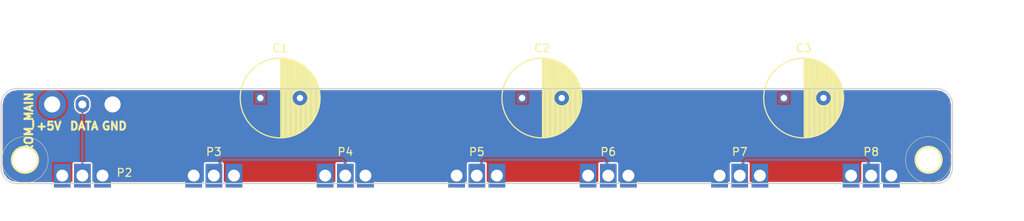
<source format=kicad_pcb>
(kicad_pcb (version 4) (host pcbnew 4.0.5+dfsg1-4)

  (general
    (links 26)
    (no_connects 0)
    (area 43.556572 33.3 179.678 62.7)
    (thickness 1.6)
    (drawings 11)
    (tracks 16)
    (zones 0)
    (modules 13)
    (nets 7)
  )

  (page User 200 119.99)
  (title_block
    (title "Huey LED Power Dist Board")
    (date 2018-04-09)
    (rev 1.0)
    (company "Kilo LLC")
  )

  (layers
    (0 F.Cu signal)
    (31 B.Cu signal)
    (32 B.Adhes user)
    (33 F.Adhes user)
    (34 B.Paste user)
    (35 F.Paste user)
    (36 B.SilkS user)
    (37 F.SilkS user)
    (38 B.Mask user)
    (39 F.Mask user)
    (40 Dwgs.User user)
    (41 Cmts.User user)
    (42 Eco1.User user)
    (43 Eco2.User user)
    (44 Edge.Cuts user)
    (45 Margin user)
    (46 B.CrtYd user)
    (47 F.CrtYd user)
    (48 B.Fab user)
    (49 F.Fab user)
  )

  (setup
    (last_trace_width 0.25)
    (user_trace_width 1.5)
    (user_trace_width 2.1)
    (trace_clearance 0.2)
    (zone_clearance 0.127)
    (zone_45_only no)
    (trace_min 0.2)
    (segment_width 0.2)
    (edge_width 0.15)
    (via_size 0.6)
    (via_drill 0.4)
    (via_min_size 0.4)
    (via_min_drill 0.3)
    (uvia_size 0.3)
    (uvia_drill 0.1)
    (uvias_allowed no)
    (uvia_min_size 0.2)
    (uvia_min_drill 0.1)
    (pcb_text_width 0.3)
    (pcb_text_size 1.5 1.5)
    (mod_edge_width 0.15)
    (mod_text_size 1 1)
    (mod_text_width 0.15)
    (pad_size 1.524 1.524)
    (pad_drill 0.762)
    (pad_to_mask_clearance 0.2)
    (aux_axis_origin 0 0)
    (grid_origin 106.828 50)
    (visible_elements FFFFFF7F)
    (pcbplotparams
      (layerselection 0x010fc_80000001)
      (usegerberextensions false)
      (excludeedgelayer true)
      (linewidth 0.200000)
      (plotframeref false)
      (viasonmask false)
      (mode 1)
      (useauxorigin false)
      (hpglpennumber 1)
      (hpglpenspeed 20)
      (hpglpendiameter 15)
      (hpglpenoverlay 2)
      (psnegative false)
      (psa4output false)
      (plotreference true)
      (plotvalue true)
      (plotinvisibletext false)
      (padsonsilk false)
      (subtractmaskfromsilk false)
      (outputformat 1)
      (mirror false)
      (drillshape 0)
      (scaleselection 1)
      (outputdirectory gerber))
  )

  (net 0 "")
  (net 1 +5V)
  (net 2 GND)
  (net 3 "Net-(P1-Pad2)")
  (net 4 "Net-(P3-Pad2)")
  (net 5 "Net-(P5-Pad2)")
  (net 6 "Net-(P7-Pad2)")

  (net_class Default "This is the default net class."
    (clearance 0.2)
    (trace_width 0.25)
    (via_dia 0.6)
    (via_drill 0.4)
    (uvia_dia 0.3)
    (uvia_drill 0.1)
    (add_net +5V)
    (add_net GND)
    (add_net "Net-(P1-Pad2)")
    (add_net "Net-(P3-Pad2)")
    (add_net "Net-(P5-Pad2)")
    (add_net "Net-(P7-Pad2)")
  )

  (module Huey:LED_BOARD_CONNECTOR (layer F.Cu) (tedit 5ACC1CD2) (tstamp 5ACC179E)
    (at 57.07 46 90)
    (descr "Through hole pin header")
    (tags "pin header")
    (path /5ACC16FA)
    (fp_text reference P1 (at 3.175 -4.445 90) (layer F.SilkS) hide
      (effects (font (size 1 1) (thickness 0.15)))
    )
    (fp_text value FROM_MAIN (at -2.73 -6.757 270) (layer F.SilkS)
      (effects (font (size 1.016 1.016) (thickness 0.254)))
    )
    (fp_text user DATA (at -2.73 0.228 180) (layer F.SilkS)
      (effects (font (size 1.016 1.016) (thickness 0.254)))
    )
    (fp_text user GND (at -2.73 4.038 180) (layer F.SilkS)
      (effects (font (size 1.016 1.016) (thickness 0.254)))
    )
    (fp_text user +5V (at -2.73 -4.217 180) (layer F.SilkS)
      (effects (font (size 1.016 1.016) (thickness 0.254)))
    )
    (pad 1 thru_hole circle (at 0 -3.81 90) (size 3.556 3.556) (drill 2.032) (layers *.Cu *.Mask)
      (net 1 +5V))
    (pad 2 thru_hole oval (at 0 0 90) (size 2.032 1.7272) (drill 1.016) (layers *.Cu *.Mask)
      (net 3 "Net-(P1-Pad2)"))
    (pad 3 thru_hole circle (at 0 3.81 90) (size 3.556 3.556) (drill 2.032) (layers *.Cu *.Mask)
      (net 2 GND))
    (model Pin_Headers.3dshapes/Pin_Header_Straight_1x03.wrl
      (at (xyz 0 -0.1 0))
      (scale (xyz 1 1 1))
      (rotate (xyz 0 0 90))
    )
  )

  (module Capacitors_ThroughHole:C_Radial_D10_L13_P5 (layer F.Cu) (tedit 0) (tstamp 5ACC178B)
    (at 79.523 45.19)
    (descr "Radial Electrolytic Capacitor Diameter 10mm x Length 13mm, Pitch 5mm")
    (tags "Electrolytic Capacitor")
    (path /5ACC1F59)
    (fp_text reference C1 (at 2.5 -6.3) (layer F.SilkS)
      (effects (font (size 1 1) (thickness 0.15)))
    )
    (fp_text value CP (at 2.5 6.3) (layer F.Fab)
      (effects (font (size 1 1) (thickness 0.15)))
    )
    (fp_line (start 2.575 -4.999) (end 2.575 4.999) (layer F.SilkS) (width 0.15))
    (fp_line (start 2.715 -4.995) (end 2.715 4.995) (layer F.SilkS) (width 0.15))
    (fp_line (start 2.855 -4.987) (end 2.855 4.987) (layer F.SilkS) (width 0.15))
    (fp_line (start 2.995 -4.975) (end 2.995 4.975) (layer F.SilkS) (width 0.15))
    (fp_line (start 3.135 -4.96) (end 3.135 4.96) (layer F.SilkS) (width 0.15))
    (fp_line (start 3.275 -4.94) (end 3.275 4.94) (layer F.SilkS) (width 0.15))
    (fp_line (start 3.415 -4.916) (end 3.415 4.916) (layer F.SilkS) (width 0.15))
    (fp_line (start 3.555 -4.887) (end 3.555 4.887) (layer F.SilkS) (width 0.15))
    (fp_line (start 3.695 -4.855) (end 3.695 4.855) (layer F.SilkS) (width 0.15))
    (fp_line (start 3.835 -4.818) (end 3.835 4.818) (layer F.SilkS) (width 0.15))
    (fp_line (start 3.975 -4.777) (end 3.975 4.777) (layer F.SilkS) (width 0.15))
    (fp_line (start 4.115 -4.732) (end 4.115 -0.466) (layer F.SilkS) (width 0.15))
    (fp_line (start 4.115 0.466) (end 4.115 4.732) (layer F.SilkS) (width 0.15))
    (fp_line (start 4.255 -4.682) (end 4.255 -0.667) (layer F.SilkS) (width 0.15))
    (fp_line (start 4.255 0.667) (end 4.255 4.682) (layer F.SilkS) (width 0.15))
    (fp_line (start 4.395 -4.627) (end 4.395 -0.796) (layer F.SilkS) (width 0.15))
    (fp_line (start 4.395 0.796) (end 4.395 4.627) (layer F.SilkS) (width 0.15))
    (fp_line (start 4.535 -4.567) (end 4.535 -0.885) (layer F.SilkS) (width 0.15))
    (fp_line (start 4.535 0.885) (end 4.535 4.567) (layer F.SilkS) (width 0.15))
    (fp_line (start 4.675 -4.502) (end 4.675 -0.946) (layer F.SilkS) (width 0.15))
    (fp_line (start 4.675 0.946) (end 4.675 4.502) (layer F.SilkS) (width 0.15))
    (fp_line (start 4.815 -4.432) (end 4.815 -0.983) (layer F.SilkS) (width 0.15))
    (fp_line (start 4.815 0.983) (end 4.815 4.432) (layer F.SilkS) (width 0.15))
    (fp_line (start 4.955 -4.356) (end 4.955 -0.999) (layer F.SilkS) (width 0.15))
    (fp_line (start 4.955 0.999) (end 4.955 4.356) (layer F.SilkS) (width 0.15))
    (fp_line (start 5.095 -4.274) (end 5.095 -0.995) (layer F.SilkS) (width 0.15))
    (fp_line (start 5.095 0.995) (end 5.095 4.274) (layer F.SilkS) (width 0.15))
    (fp_line (start 5.235 -4.186) (end 5.235 -0.972) (layer F.SilkS) (width 0.15))
    (fp_line (start 5.235 0.972) (end 5.235 4.186) (layer F.SilkS) (width 0.15))
    (fp_line (start 5.375 -4.091) (end 5.375 -0.927) (layer F.SilkS) (width 0.15))
    (fp_line (start 5.375 0.927) (end 5.375 4.091) (layer F.SilkS) (width 0.15))
    (fp_line (start 5.515 -3.989) (end 5.515 -0.857) (layer F.SilkS) (width 0.15))
    (fp_line (start 5.515 0.857) (end 5.515 3.989) (layer F.SilkS) (width 0.15))
    (fp_line (start 5.655 -3.879) (end 5.655 -0.756) (layer F.SilkS) (width 0.15))
    (fp_line (start 5.655 0.756) (end 5.655 3.879) (layer F.SilkS) (width 0.15))
    (fp_line (start 5.795 -3.761) (end 5.795 -0.607) (layer F.SilkS) (width 0.15))
    (fp_line (start 5.795 0.607) (end 5.795 3.761) (layer F.SilkS) (width 0.15))
    (fp_line (start 5.935 -3.633) (end 5.935 -0.355) (layer F.SilkS) (width 0.15))
    (fp_line (start 5.935 0.355) (end 5.935 3.633) (layer F.SilkS) (width 0.15))
    (fp_line (start 6.075 -3.496) (end 6.075 3.496) (layer F.SilkS) (width 0.15))
    (fp_line (start 6.215 -3.346) (end 6.215 3.346) (layer F.SilkS) (width 0.15))
    (fp_line (start 6.355 -3.184) (end 6.355 3.184) (layer F.SilkS) (width 0.15))
    (fp_line (start 6.495 -3.007) (end 6.495 3.007) (layer F.SilkS) (width 0.15))
    (fp_line (start 6.635 -2.811) (end 6.635 2.811) (layer F.SilkS) (width 0.15))
    (fp_line (start 6.775 -2.593) (end 6.775 2.593) (layer F.SilkS) (width 0.15))
    (fp_line (start 6.915 -2.347) (end 6.915 2.347) (layer F.SilkS) (width 0.15))
    (fp_line (start 7.055 -2.062) (end 7.055 2.062) (layer F.SilkS) (width 0.15))
    (fp_line (start 7.195 -1.72) (end 7.195 1.72) (layer F.SilkS) (width 0.15))
    (fp_line (start 7.335 -1.274) (end 7.335 1.274) (layer F.SilkS) (width 0.15))
    (fp_line (start 7.475 -0.499) (end 7.475 0.499) (layer F.SilkS) (width 0.15))
    (fp_circle (center 5 0) (end 5 -1) (layer F.SilkS) (width 0.15))
    (fp_circle (center 2.5 0) (end 2.5 -5.0375) (layer F.SilkS) (width 0.15))
    (fp_circle (center 2.5 0) (end 2.5 -5.3) (layer F.CrtYd) (width 0.05))
    (pad 1 thru_hole rect (at 0 0) (size 1.3 1.3) (drill 0.8) (layers *.Cu *.Mask)
      (net 1 +5V))
    (pad 2 thru_hole circle (at 5 0) (size 1.3 1.3) (drill 0.8) (layers *.Cu *.Mask)
      (net 2 GND))
    (model Capacitors_ThroughHole.3dshapes/C_Radial_D10_L13_P5.wrl
      (at (xyz 0.0984252 0 0))
      (scale (xyz 1 1 1))
      (rotate (xyz 0 0 90))
    )
  )

  (module Capacitors_ThroughHole:C_Radial_D10_L13_P5 (layer F.Cu) (tedit 0) (tstamp 5ACC1791)
    (at 112.543 45.19)
    (descr "Radial Electrolytic Capacitor Diameter 10mm x Length 13mm, Pitch 5mm")
    (tags "Electrolytic Capacitor")
    (path /5ACC21AE)
    (fp_text reference C2 (at 2.5 -6.3) (layer F.SilkS)
      (effects (font (size 1 1) (thickness 0.15)))
    )
    (fp_text value CP (at 2.5 6.3) (layer F.Fab)
      (effects (font (size 1 1) (thickness 0.15)))
    )
    (fp_line (start 2.575 -4.999) (end 2.575 4.999) (layer F.SilkS) (width 0.15))
    (fp_line (start 2.715 -4.995) (end 2.715 4.995) (layer F.SilkS) (width 0.15))
    (fp_line (start 2.855 -4.987) (end 2.855 4.987) (layer F.SilkS) (width 0.15))
    (fp_line (start 2.995 -4.975) (end 2.995 4.975) (layer F.SilkS) (width 0.15))
    (fp_line (start 3.135 -4.96) (end 3.135 4.96) (layer F.SilkS) (width 0.15))
    (fp_line (start 3.275 -4.94) (end 3.275 4.94) (layer F.SilkS) (width 0.15))
    (fp_line (start 3.415 -4.916) (end 3.415 4.916) (layer F.SilkS) (width 0.15))
    (fp_line (start 3.555 -4.887) (end 3.555 4.887) (layer F.SilkS) (width 0.15))
    (fp_line (start 3.695 -4.855) (end 3.695 4.855) (layer F.SilkS) (width 0.15))
    (fp_line (start 3.835 -4.818) (end 3.835 4.818) (layer F.SilkS) (width 0.15))
    (fp_line (start 3.975 -4.777) (end 3.975 4.777) (layer F.SilkS) (width 0.15))
    (fp_line (start 4.115 -4.732) (end 4.115 -0.466) (layer F.SilkS) (width 0.15))
    (fp_line (start 4.115 0.466) (end 4.115 4.732) (layer F.SilkS) (width 0.15))
    (fp_line (start 4.255 -4.682) (end 4.255 -0.667) (layer F.SilkS) (width 0.15))
    (fp_line (start 4.255 0.667) (end 4.255 4.682) (layer F.SilkS) (width 0.15))
    (fp_line (start 4.395 -4.627) (end 4.395 -0.796) (layer F.SilkS) (width 0.15))
    (fp_line (start 4.395 0.796) (end 4.395 4.627) (layer F.SilkS) (width 0.15))
    (fp_line (start 4.535 -4.567) (end 4.535 -0.885) (layer F.SilkS) (width 0.15))
    (fp_line (start 4.535 0.885) (end 4.535 4.567) (layer F.SilkS) (width 0.15))
    (fp_line (start 4.675 -4.502) (end 4.675 -0.946) (layer F.SilkS) (width 0.15))
    (fp_line (start 4.675 0.946) (end 4.675 4.502) (layer F.SilkS) (width 0.15))
    (fp_line (start 4.815 -4.432) (end 4.815 -0.983) (layer F.SilkS) (width 0.15))
    (fp_line (start 4.815 0.983) (end 4.815 4.432) (layer F.SilkS) (width 0.15))
    (fp_line (start 4.955 -4.356) (end 4.955 -0.999) (layer F.SilkS) (width 0.15))
    (fp_line (start 4.955 0.999) (end 4.955 4.356) (layer F.SilkS) (width 0.15))
    (fp_line (start 5.095 -4.274) (end 5.095 -0.995) (layer F.SilkS) (width 0.15))
    (fp_line (start 5.095 0.995) (end 5.095 4.274) (layer F.SilkS) (width 0.15))
    (fp_line (start 5.235 -4.186) (end 5.235 -0.972) (layer F.SilkS) (width 0.15))
    (fp_line (start 5.235 0.972) (end 5.235 4.186) (layer F.SilkS) (width 0.15))
    (fp_line (start 5.375 -4.091) (end 5.375 -0.927) (layer F.SilkS) (width 0.15))
    (fp_line (start 5.375 0.927) (end 5.375 4.091) (layer F.SilkS) (width 0.15))
    (fp_line (start 5.515 -3.989) (end 5.515 -0.857) (layer F.SilkS) (width 0.15))
    (fp_line (start 5.515 0.857) (end 5.515 3.989) (layer F.SilkS) (width 0.15))
    (fp_line (start 5.655 -3.879) (end 5.655 -0.756) (layer F.SilkS) (width 0.15))
    (fp_line (start 5.655 0.756) (end 5.655 3.879) (layer F.SilkS) (width 0.15))
    (fp_line (start 5.795 -3.761) (end 5.795 -0.607) (layer F.SilkS) (width 0.15))
    (fp_line (start 5.795 0.607) (end 5.795 3.761) (layer F.SilkS) (width 0.15))
    (fp_line (start 5.935 -3.633) (end 5.935 -0.355) (layer F.SilkS) (width 0.15))
    (fp_line (start 5.935 0.355) (end 5.935 3.633) (layer F.SilkS) (width 0.15))
    (fp_line (start 6.075 -3.496) (end 6.075 3.496) (layer F.SilkS) (width 0.15))
    (fp_line (start 6.215 -3.346) (end 6.215 3.346) (layer F.SilkS) (width 0.15))
    (fp_line (start 6.355 -3.184) (end 6.355 3.184) (layer F.SilkS) (width 0.15))
    (fp_line (start 6.495 -3.007) (end 6.495 3.007) (layer F.SilkS) (width 0.15))
    (fp_line (start 6.635 -2.811) (end 6.635 2.811) (layer F.SilkS) (width 0.15))
    (fp_line (start 6.775 -2.593) (end 6.775 2.593) (layer F.SilkS) (width 0.15))
    (fp_line (start 6.915 -2.347) (end 6.915 2.347) (layer F.SilkS) (width 0.15))
    (fp_line (start 7.055 -2.062) (end 7.055 2.062) (layer F.SilkS) (width 0.15))
    (fp_line (start 7.195 -1.72) (end 7.195 1.72) (layer F.SilkS) (width 0.15))
    (fp_line (start 7.335 -1.274) (end 7.335 1.274) (layer F.SilkS) (width 0.15))
    (fp_line (start 7.475 -0.499) (end 7.475 0.499) (layer F.SilkS) (width 0.15))
    (fp_circle (center 5 0) (end 5 -1) (layer F.SilkS) (width 0.15))
    (fp_circle (center 2.5 0) (end 2.5 -5.0375) (layer F.SilkS) (width 0.15))
    (fp_circle (center 2.5 0) (end 2.5 -5.3) (layer F.CrtYd) (width 0.05))
    (pad 1 thru_hole rect (at 0 0) (size 1.3 1.3) (drill 0.8) (layers *.Cu *.Mask)
      (net 1 +5V))
    (pad 2 thru_hole circle (at 5 0) (size 1.3 1.3) (drill 0.8) (layers *.Cu *.Mask)
      (net 2 GND))
    (model Capacitors_ThroughHole.3dshapes/C_Radial_D10_L13_P5.wrl
      (at (xyz 0.0984252 0 0))
      (scale (xyz 1 1 1))
      (rotate (xyz 0 0 90))
    )
  )

  (module Capacitors_ThroughHole:C_Radial_D10_L13_P5 (layer F.Cu) (tedit 0) (tstamp 5ACC1797)
    (at 145.563 45.19)
    (descr "Radial Electrolytic Capacitor Diameter 10mm x Length 13mm, Pitch 5mm")
    (tags "Electrolytic Capacitor")
    (path /5ACC24E5)
    (fp_text reference C3 (at 2.5 -6.3) (layer F.SilkS)
      (effects (font (size 1 1) (thickness 0.15)))
    )
    (fp_text value CP (at 2.5 6.3) (layer F.Fab)
      (effects (font (size 1 1) (thickness 0.15)))
    )
    (fp_line (start 2.575 -4.999) (end 2.575 4.999) (layer F.SilkS) (width 0.15))
    (fp_line (start 2.715 -4.995) (end 2.715 4.995) (layer F.SilkS) (width 0.15))
    (fp_line (start 2.855 -4.987) (end 2.855 4.987) (layer F.SilkS) (width 0.15))
    (fp_line (start 2.995 -4.975) (end 2.995 4.975) (layer F.SilkS) (width 0.15))
    (fp_line (start 3.135 -4.96) (end 3.135 4.96) (layer F.SilkS) (width 0.15))
    (fp_line (start 3.275 -4.94) (end 3.275 4.94) (layer F.SilkS) (width 0.15))
    (fp_line (start 3.415 -4.916) (end 3.415 4.916) (layer F.SilkS) (width 0.15))
    (fp_line (start 3.555 -4.887) (end 3.555 4.887) (layer F.SilkS) (width 0.15))
    (fp_line (start 3.695 -4.855) (end 3.695 4.855) (layer F.SilkS) (width 0.15))
    (fp_line (start 3.835 -4.818) (end 3.835 4.818) (layer F.SilkS) (width 0.15))
    (fp_line (start 3.975 -4.777) (end 3.975 4.777) (layer F.SilkS) (width 0.15))
    (fp_line (start 4.115 -4.732) (end 4.115 -0.466) (layer F.SilkS) (width 0.15))
    (fp_line (start 4.115 0.466) (end 4.115 4.732) (layer F.SilkS) (width 0.15))
    (fp_line (start 4.255 -4.682) (end 4.255 -0.667) (layer F.SilkS) (width 0.15))
    (fp_line (start 4.255 0.667) (end 4.255 4.682) (layer F.SilkS) (width 0.15))
    (fp_line (start 4.395 -4.627) (end 4.395 -0.796) (layer F.SilkS) (width 0.15))
    (fp_line (start 4.395 0.796) (end 4.395 4.627) (layer F.SilkS) (width 0.15))
    (fp_line (start 4.535 -4.567) (end 4.535 -0.885) (layer F.SilkS) (width 0.15))
    (fp_line (start 4.535 0.885) (end 4.535 4.567) (layer F.SilkS) (width 0.15))
    (fp_line (start 4.675 -4.502) (end 4.675 -0.946) (layer F.SilkS) (width 0.15))
    (fp_line (start 4.675 0.946) (end 4.675 4.502) (layer F.SilkS) (width 0.15))
    (fp_line (start 4.815 -4.432) (end 4.815 -0.983) (layer F.SilkS) (width 0.15))
    (fp_line (start 4.815 0.983) (end 4.815 4.432) (layer F.SilkS) (width 0.15))
    (fp_line (start 4.955 -4.356) (end 4.955 -0.999) (layer F.SilkS) (width 0.15))
    (fp_line (start 4.955 0.999) (end 4.955 4.356) (layer F.SilkS) (width 0.15))
    (fp_line (start 5.095 -4.274) (end 5.095 -0.995) (layer F.SilkS) (width 0.15))
    (fp_line (start 5.095 0.995) (end 5.095 4.274) (layer F.SilkS) (width 0.15))
    (fp_line (start 5.235 -4.186) (end 5.235 -0.972) (layer F.SilkS) (width 0.15))
    (fp_line (start 5.235 0.972) (end 5.235 4.186) (layer F.SilkS) (width 0.15))
    (fp_line (start 5.375 -4.091) (end 5.375 -0.927) (layer F.SilkS) (width 0.15))
    (fp_line (start 5.375 0.927) (end 5.375 4.091) (layer F.SilkS) (width 0.15))
    (fp_line (start 5.515 -3.989) (end 5.515 -0.857) (layer F.SilkS) (width 0.15))
    (fp_line (start 5.515 0.857) (end 5.515 3.989) (layer F.SilkS) (width 0.15))
    (fp_line (start 5.655 -3.879) (end 5.655 -0.756) (layer F.SilkS) (width 0.15))
    (fp_line (start 5.655 0.756) (end 5.655 3.879) (layer F.SilkS) (width 0.15))
    (fp_line (start 5.795 -3.761) (end 5.795 -0.607) (layer F.SilkS) (width 0.15))
    (fp_line (start 5.795 0.607) (end 5.795 3.761) (layer F.SilkS) (width 0.15))
    (fp_line (start 5.935 -3.633) (end 5.935 -0.355) (layer F.SilkS) (width 0.15))
    (fp_line (start 5.935 0.355) (end 5.935 3.633) (layer F.SilkS) (width 0.15))
    (fp_line (start 6.075 -3.496) (end 6.075 3.496) (layer F.SilkS) (width 0.15))
    (fp_line (start 6.215 -3.346) (end 6.215 3.346) (layer F.SilkS) (width 0.15))
    (fp_line (start 6.355 -3.184) (end 6.355 3.184) (layer F.SilkS) (width 0.15))
    (fp_line (start 6.495 -3.007) (end 6.495 3.007) (layer F.SilkS) (width 0.15))
    (fp_line (start 6.635 -2.811) (end 6.635 2.811) (layer F.SilkS) (width 0.15))
    (fp_line (start 6.775 -2.593) (end 6.775 2.593) (layer F.SilkS) (width 0.15))
    (fp_line (start 6.915 -2.347) (end 6.915 2.347) (layer F.SilkS) (width 0.15))
    (fp_line (start 7.055 -2.062) (end 7.055 2.062) (layer F.SilkS) (width 0.15))
    (fp_line (start 7.195 -1.72) (end 7.195 1.72) (layer F.SilkS) (width 0.15))
    (fp_line (start 7.335 -1.274) (end 7.335 1.274) (layer F.SilkS) (width 0.15))
    (fp_line (start 7.475 -0.499) (end 7.475 0.499) (layer F.SilkS) (width 0.15))
    (fp_circle (center 5 0) (end 5 -1) (layer F.SilkS) (width 0.15))
    (fp_circle (center 2.5 0) (end 2.5 -5.0375) (layer F.SilkS) (width 0.15))
    (fp_circle (center 2.5 0) (end 2.5 -5.3) (layer F.CrtYd) (width 0.05))
    (pad 1 thru_hole rect (at 0 0) (size 1.3 1.3) (drill 0.8) (layers *.Cu *.Mask)
      (net 1 +5V))
    (pad 2 thru_hole circle (at 5 0) (size 1.3 1.3) (drill 0.8) (layers *.Cu *.Mask)
      (net 2 GND))
    (model Capacitors_ThroughHole.3dshapes/C_Radial_D10_L13_P5.wrl
      (at (xyz 0.0984252 0 0))
      (scale (xyz 1 1 1))
      (rotate (xyz 0 0 90))
    )
  )

  (module Huey:LED_STRIP_CONN (layer F.Cu) (tedit 5ACC184B) (tstamp 5ACC17CF)
    (at 156.586 55 90)
    (descr "Through hole pin header")
    (tags "pin header")
    (path /5ACC1D37)
    (fp_text reference P8 (at 3 0 180) (layer F.SilkS)
      (effects (font (size 1 1) (thickness 0.15)))
    )
    (fp_text value LED_STRIP_CONN (at 0 -5.64 90) (layer F.Fab) hide
      (effects (font (size 1 1) (thickness 0.15)))
    )
    (pad 1 thru_hole rect (at 0 -2.54 90) (size 3 2.1) (drill 1.5) (layers *.Cu *.Mask)
      (net 1 +5V))
    (pad 2 thru_hole rect (at 0 0 90) (size 3 2.1) (drill 1.5) (layers *.Cu *.Mask)
      (net 6 "Net-(P7-Pad2)"))
    (pad 3 thru_hole rect (at 0 2.54 90) (size 3 2.1) (drill 1.5) (layers *.Cu *.Mask)
      (net 2 GND))
    (model Pin_Headers.3dshapes/Pin_Header_Straight_1x03.wrl
      (at (xyz 0 -0.1 0))
      (scale (xyz 1 1 1))
      (rotate (xyz 0 0 90))
    )
  )

  (module Huey:LED_STRIP_CONN (layer F.Cu) (tedit 5ACC1847) (tstamp 5ACC17C8)
    (at 140 55 270)
    (descr "Through hole pin header")
    (tags "pin header")
    (path /5ACC1D22)
    (fp_text reference P7 (at -3 0 360) (layer F.SilkS)
      (effects (font (size 1 1) (thickness 0.15)))
    )
    (fp_text value LED_STRIP_CONN (at 0 -5.64 270) (layer F.Fab) hide
      (effects (font (size 1 1) (thickness 0.15)))
    )
    (pad 1 thru_hole rect (at 0 -2.54 270) (size 3 2.1) (drill 1.5) (layers *.Cu *.Mask)
      (net 1 +5V))
    (pad 2 thru_hole rect (at 0 0 270) (size 3 2.1) (drill 1.5) (layers *.Cu *.Mask)
      (net 6 "Net-(P7-Pad2)"))
    (pad 3 thru_hole rect (at 0 2.54 270) (size 3 2.1) (drill 1.5) (layers *.Cu *.Mask)
      (net 2 GND))
    (model Pin_Headers.3dshapes/Pin_Header_Straight_1x03.wrl
      (at (xyz 0 -0.1 0))
      (scale (xyz 1 1 1))
      (rotate (xyz 0 0 90))
    )
  )

  (module Huey:LED_STRIP_CONN (layer F.Cu) (tedit 5ACC1842) (tstamp 5ACC17C1)
    (at 123.414 55 90)
    (descr "Through hole pin header")
    (tags "pin header")
    (path /5ACC1C21)
    (fp_text reference P6 (at 3 0 180) (layer F.SilkS)
      (effects (font (size 1 1) (thickness 0.15)))
    )
    (fp_text value LED_STRIP_CONN (at 0 -5.64 90) (layer F.Fab) hide
      (effects (font (size 1 1) (thickness 0.15)))
    )
    (pad 1 thru_hole rect (at 0 -2.54 90) (size 3 2.1) (drill 1.5) (layers *.Cu *.Mask)
      (net 1 +5V))
    (pad 2 thru_hole rect (at 0 0 90) (size 3 2.1) (drill 1.5) (layers *.Cu *.Mask)
      (net 5 "Net-(P5-Pad2)"))
    (pad 3 thru_hole rect (at 0 2.54 90) (size 3 2.1) (drill 1.5) (layers *.Cu *.Mask)
      (net 2 GND))
    (model Pin_Headers.3dshapes/Pin_Header_Straight_1x03.wrl
      (at (xyz 0 -0.1 0))
      (scale (xyz 1 1 1))
      (rotate (xyz 0 0 90))
    )
  )

  (module Huey:LED_STRIP_CONN (layer F.Cu) (tedit 5ACC183F) (tstamp 5ACC17BA)
    (at 106.828 55 270)
    (descr "Through hole pin header")
    (tags "pin header")
    (path /5ACC1C0C)
    (fp_text reference P5 (at -3 0 360) (layer F.SilkS)
      (effects (font (size 1 1) (thickness 0.15)))
    )
    (fp_text value LED_STRIP_CONN (at 0 -5.64 270) (layer F.Fab) hide
      (effects (font (size 1 1) (thickness 0.15)))
    )
    (pad 1 thru_hole rect (at 0 -2.54 270) (size 3 2.1) (drill 1.5) (layers *.Cu *.Mask)
      (net 1 +5V))
    (pad 2 thru_hole rect (at 0 0 270) (size 3 2.1) (drill 1.5) (layers *.Cu *.Mask)
      (net 5 "Net-(P5-Pad2)"))
    (pad 3 thru_hole rect (at 0 2.54 270) (size 3 2.1) (drill 1.5) (layers *.Cu *.Mask)
      (net 2 GND))
    (model Pin_Headers.3dshapes/Pin_Header_Straight_1x03.wrl
      (at (xyz 0 -0.1 0))
      (scale (xyz 1 1 1))
      (rotate (xyz 0 0 90))
    )
  )

  (module Huey:LED_STRIP_CONN (layer F.Cu) (tedit 5ACC183A) (tstamp 5ACC17B3)
    (at 90.242 55 90)
    (descr "Through hole pin header")
    (tags "pin header")
    (path /5ACC1B67)
    (fp_text reference P4 (at 3 0 180) (layer F.SilkS)
      (effects (font (size 1 1) (thickness 0.15)))
    )
    (fp_text value LED_STRIP_CONN (at 0 -5.64 90) (layer F.Fab) hide
      (effects (font (size 1 1) (thickness 0.15)))
    )
    (pad 1 thru_hole rect (at 0 -2.54 90) (size 3 2.1) (drill 1.5) (layers *.Cu *.Mask)
      (net 1 +5V))
    (pad 2 thru_hole rect (at 0 0 90) (size 3 2.1) (drill 1.5) (layers *.Cu *.Mask)
      (net 4 "Net-(P3-Pad2)"))
    (pad 3 thru_hole rect (at 0 2.54 90) (size 3 2.1) (drill 1.5) (layers *.Cu *.Mask)
      (net 2 GND))
    (model Pin_Headers.3dshapes/Pin_Header_Straight_1x03.wrl
      (at (xyz 0 -0.1 0))
      (scale (xyz 1 1 1))
      (rotate (xyz 0 0 90))
    )
  )

  (module Huey:LED_STRIP_CONN (layer F.Cu) (tedit 5ACC1837) (tstamp 5ACC17AC)
    (at 73.656 55 270)
    (descr "Through hole pin header")
    (tags "pin header")
    (path /5ACC1B18)
    (fp_text reference P3 (at -3 0 360) (layer F.SilkS)
      (effects (font (size 1 1) (thickness 0.15)))
    )
    (fp_text value LED_STRIP_CONN (at 0 -5.64 270) (layer F.Fab) hide
      (effects (font (size 1 1) (thickness 0.15)))
    )
    (pad 1 thru_hole rect (at 0 -2.54 270) (size 3 2.1) (drill 1.5) (layers *.Cu *.Mask)
      (net 1 +5V))
    (pad 2 thru_hole rect (at 0 0 270) (size 3 2.1) (drill 1.5) (layers *.Cu *.Mask)
      (net 4 "Net-(P3-Pad2)"))
    (pad 3 thru_hole rect (at 0 2.54 270) (size 3 2.1) (drill 1.5) (layers *.Cu *.Mask)
      (net 2 GND))
    (model Pin_Headers.3dshapes/Pin_Header_Straight_1x03.wrl
      (at (xyz 0 -0.1 0))
      (scale (xyz 1 1 1))
      (rotate (xyz 0 0 90))
    )
  )

  (module Huey:LED_STRIP_CONN (layer F.Cu) (tedit 5ACC1894) (tstamp 5ACC17A5)
    (at 57.07 55 90)
    (descr "Through hole pin header")
    (tags "pin header")
    (path /5ACC1966)
    (fp_text reference P2 (at 0.365 5.308 180) (layer F.SilkS)
      (effects (font (size 1 1) (thickness 0.15)))
    )
    (fp_text value LED_STRIP_CONN (at 0 -5.64 90) (layer F.Fab) hide
      (effects (font (size 1 1) (thickness 0.15)))
    )
    (pad 1 thru_hole rect (at 0 -2.54 90) (size 3 2.1) (drill 1.5) (layers *.Cu *.Mask)
      (net 1 +5V))
    (pad 2 thru_hole rect (at 0 0 90) (size 3 2.1) (drill 1.5) (layers *.Cu *.Mask)
      (net 3 "Net-(P1-Pad2)"))
    (pad 3 thru_hole rect (at 0 2.54 90) (size 3 2.1) (drill 1.5) (layers *.Cu *.Mask)
      (net 2 GND))
    (model Pin_Headers.3dshapes/Pin_Header_Straight_1x03.wrl
      (at (xyz 0 -0.1 0))
      (scale (xyz 1 1 1))
      (rotate (xyz 0 0 90))
    )
  )

  (module Huey:MOUNTING_HOLE_#4 (layer F.Cu) (tedit 54D7E870) (tstamp 5ACC1DAC)
    (at 49.828 53)
    (descr "Mounting hole for #4 screw")
    (path /5ACC31B3)
    (fp_text reference MP1 (at 0 -3.175) (layer F.SilkS) hide
      (effects (font (size 1 1) (thickness 0.15)))
    )
    (fp_text value MOUNTING_HOLE (at 0 3.175) (layer F.SilkS) hide
      (effects (font (size 1 1) (thickness 0.15)))
    )
    (fp_circle (center 0 0) (end 2.921 0) (layer F.SilkS) (width 0.0508))
    (pad 1 thru_hole circle (at 0 0) (size 3.556 3.556) (drill 3.048) (layers *.Cu *.Mask F.SilkS)
      (net 2 GND) (zone_connect 2))
  )

  (module Huey:MOUNTING_HOLE_#4 (layer F.Cu) (tedit 54D7E870) (tstamp 5ACC1DB1)
    (at 163.828 53)
    (descr "Mounting hole for #4 screw")
    (path /5ACC3380)
    (fp_text reference MP2 (at 0 -3.175) (layer F.SilkS) hide
      (effects (font (size 1 1) (thickness 0.15)))
    )
    (fp_text value MOUNTING_HOLE (at 0 3.175) (layer F.SilkS) hide
      (effects (font (size 1 1) (thickness 0.15)))
    )
    (fp_circle (center 0 0) (end 2.921 0) (layer F.SilkS) (width 0.0508))
    (pad 1 thru_hole circle (at 0 0) (size 3.556 3.556) (drill 3.048) (layers *.Cu *.Mask F.SilkS)
      (net 2 GND) (zone_connect 2))
  )

  (dimension 114 (width 0.3) (layer Cmts.User)
    (gr_text "114.000 mm" (at 106.828 61.349999) (layer Cmts.User)
      (effects (font (size 1.5 1.5) (thickness 0.3)))
    )
    (feature1 (pts (xy 163.828 53) (xy 163.828 62.699999)))
    (feature2 (pts (xy 49.828 53) (xy 49.828 62.699999)))
    (crossbar (pts (xy 49.828 59.999999) (xy 163.828 59.999999)))
    (arrow1a (pts (xy 163.828 59.999999) (xy 162.701496 60.58642)))
    (arrow1b (pts (xy 163.828 59.999999) (xy 162.701496 59.413578)))
    (arrow2a (pts (xy 49.828 59.999999) (xy 50.954504 60.58642)))
    (arrow2b (pts (xy 49.828 59.999999) (xy 50.954504 59.413578)))
  )
  (dimension 12 (width 0.3) (layer Cmts.User)
    (gr_text "12.000 mm" (at 173.178 50 270) (layer Cmts.User)
      (effects (font (size 1.5 1.5) (thickness 0.3)))
    )
    (feature1 (pts (xy 166.828 56) (xy 174.528 56)))
    (feature2 (pts (xy 166.828 44) (xy 174.528 44)))
    (crossbar (pts (xy 171.828 44) (xy 171.828 56)))
    (arrow1a (pts (xy 171.828 56) (xy 171.241579 54.873496)))
    (arrow1b (pts (xy 171.828 56) (xy 172.414421 54.873496)))
    (arrow2a (pts (xy 171.828 44) (xy 171.241579 45.126504)))
    (arrow2b (pts (xy 171.828 44) (xy 172.414421 45.126504)))
  )
  (dimension 120 (width 0.3) (layer Cmts.User)
    (gr_text "120.000 mm" (at 106.828 34.65) (layer Cmts.User)
      (effects (font (size 1.5 1.5) (thickness 0.3)))
    )
    (feature1 (pts (xy 166.828 44) (xy 166.828 33.3)))
    (feature2 (pts (xy 46.828 44) (xy 46.828 33.3)))
    (crossbar (pts (xy 46.828 36) (xy 166.828 36)))
    (arrow1a (pts (xy 166.828 36) (xy 165.701496 36.586421)))
    (arrow1b (pts (xy 166.828 36) (xy 165.701496 35.413579)))
    (arrow2a (pts (xy 46.828 36) (xy 47.954504 36.586421)))
    (arrow2b (pts (xy 46.828 36) (xy 47.954504 35.413579)))
  )
  (gr_arc (start 164.828 54) (end 166.828 54) (angle 90) (layer Edge.Cuts) (width 0.15))
  (gr_arc (start 164.828 46) (end 164.828 44) (angle 90) (layer Edge.Cuts) (width 0.15))
  (gr_arc (start 48.828 54) (end 48.828 56) (angle 90) (layer Edge.Cuts) (width 0.15))
  (gr_arc (start 48.828 46) (end 46.828 46) (angle 90) (layer Edge.Cuts) (width 0.15))
  (gr_line (start 164.828 56) (end 48.828 56) (layer Edge.Cuts) (width 0.15))
  (gr_line (start 166.828 46) (end 166.828 54) (angle 90) (layer Edge.Cuts) (width 0.15))
  (gr_line (start 48.828 44) (end 164.828 44) (angle 90) (layer Edge.Cuts) (width 0.15))
  (gr_line (start 46.828 54) (end 46.828 46) (angle 90) (layer Edge.Cuts) (width 0.15))

  (segment (start 57.07 46) (end 57.07 55) (width 0.25) (layer B.Cu) (net 3))
  (segment (start 73.656 55) (end 73.656 54.172) (width 0.25) (layer B.Cu) (net 4))
  (segment (start 73.656 54.172) (end 74.828 53) (width 0.25) (layer B.Cu) (net 4) (tstamp 5ACC1C8E))
  (segment (start 74.828 53) (end 89.828 53) (width 0.25) (layer B.Cu) (net 4) (tstamp 5ACC1C8F))
  (segment (start 89.828 53) (end 90.242 53.414) (width 0.25) (layer B.Cu) (net 4) (tstamp 5ACC1C91))
  (segment (start 90.242 53.414) (end 90.242 55) (width 0.25) (layer B.Cu) (net 4) (tstamp 5ACC1C92))
  (segment (start 106.828 55) (end 106.828 54) (width 0.25) (layer B.Cu) (net 5))
  (segment (start 106.828 54) (end 107.828 53) (width 0.25) (layer B.Cu) (net 5) (tstamp 5ACC1C86))
  (segment (start 107.828 53) (end 122.828 53) (width 0.25) (layer B.Cu) (net 5) (tstamp 5ACC1C88))
  (segment (start 122.828 53) (end 123.414 53.586) (width 0.25) (layer B.Cu) (net 5) (tstamp 5ACC1C8A))
  (segment (start 123.414 53.586) (end 123.414 55) (width 0.25) (layer B.Cu) (net 5) (tstamp 5ACC1C8B))
  (segment (start 140 55) (end 140 53.828) (width 0.25) (layer B.Cu) (net 6))
  (segment (start 140 53.828) (end 140.828 53) (width 0.25) (layer B.Cu) (net 6) (tstamp 5ACC1C7D))
  (segment (start 140.828 53) (end 155.828 53) (width 0.25) (layer B.Cu) (net 6) (tstamp 5ACC1C7F))
  (segment (start 155.828 53) (end 156.586 53.758) (width 0.25) (layer B.Cu) (net 6) (tstamp 5ACC1C81))
  (segment (start 156.586 53.758) (end 156.586 55) (width 0.25) (layer B.Cu) (net 6) (tstamp 5ACC1C82))

  (zone (net 1) (net_name +5V) (layer F.Cu) (tstamp 5ACC18DB) (hatch edge 0.508)
    (connect_pads yes (clearance 0.127))
    (min_thickness 0.127)
    (fill yes (arc_segments 16) (thermal_gap 0.508) (thermal_bridge_width 0.508))
    (polygon
      (pts
        (xy 166.828 56) (xy 46.828 56) (xy 46.828 44) (xy 166.828 44)
      )
    )
    (filled_polygon
      (pts
        (xy 59.725094 44.268292) (xy 59.15031 44.842073) (xy 58.838855 45.592139) (xy 58.838147 46.404298) (xy 59.148292 47.154906)
        (xy 59.722073 47.72969) (xy 60.472139 48.041145) (xy 61.284298 48.041853) (xy 62.034906 47.731708) (xy 62.60969 47.157927)
        (xy 62.921145 46.407861) (xy 62.921853 45.595702) (xy 62.828971 45.370909) (xy 83.609341 45.370909) (xy 83.74812 45.70678)
        (xy 84.004868 45.963976) (xy 84.340496 46.103342) (xy 84.703909 46.103659) (xy 85.03978 45.96488) (xy 85.296976 45.708132)
        (xy 85.436342 45.372504) (xy 85.436343 45.370909) (xy 116.629341 45.370909) (xy 116.76812 45.70678) (xy 117.024868 45.963976)
        (xy 117.360496 46.103342) (xy 117.723909 46.103659) (xy 118.05978 45.96488) (xy 118.316976 45.708132) (xy 118.456342 45.372504)
        (xy 118.456343 45.370909) (xy 149.649341 45.370909) (xy 149.78812 45.70678) (xy 150.044868 45.963976) (xy 150.380496 46.103342)
        (xy 150.743909 46.103659) (xy 151.07978 45.96488) (xy 151.336976 45.708132) (xy 151.476342 45.372504) (xy 151.476659 45.009091)
        (xy 151.33788 44.67322) (xy 151.081132 44.416024) (xy 150.745504 44.276658) (xy 150.382091 44.276341) (xy 150.04622 44.41512)
        (xy 149.789024 44.671868) (xy 149.649658 45.007496) (xy 149.649341 45.370909) (xy 118.456343 45.370909) (xy 118.456659 45.009091)
        (xy 118.31788 44.67322) (xy 118.061132 44.416024) (xy 117.725504 44.276658) (xy 117.362091 44.276341) (xy 117.02622 44.41512)
        (xy 116.769024 44.671868) (xy 116.629658 45.007496) (xy 116.629341 45.370909) (xy 85.436343 45.370909) (xy 85.436659 45.009091)
        (xy 85.29788 44.67322) (xy 85.041132 44.416024) (xy 84.705504 44.276658) (xy 84.342091 44.276341) (xy 84.00622 44.41512)
        (xy 83.749024 44.671868) (xy 83.609658 45.007496) (xy 83.609341 45.370909) (xy 62.828971 45.370909) (xy 62.611708 44.845094)
        (xy 62.037927 44.27031) (xy 62.026343 44.2655) (xy 164.801853 44.2655) (xy 165.489774 44.402336) (xy 166.050799 44.777201)
        (xy 166.425664 45.338227) (xy 166.5625 46.026151) (xy 166.5625 53.973849) (xy 166.425664 54.661773) (xy 166.050799 55.222799)
        (xy 165.489774 55.597664) (xy 164.801853 55.7345) (xy 160.444662 55.7345) (xy 160.444662 53.5) (xy 160.426654 53.404298)
        (xy 161.786147 53.404298) (xy 162.096292 54.154906) (xy 162.670073 54.72969) (xy 163.420139 55.041145) (xy 164.232298 55.041853)
        (xy 164.982906 54.731708) (xy 165.55769 54.157927) (xy 165.869145 53.407861) (xy 165.869853 52.595702) (xy 165.559708 51.845094)
        (xy 164.985927 51.27031) (xy 164.235861 50.958855) (xy 163.423702 50.958147) (xy 162.673094 51.268292) (xy 162.09831 51.842073)
        (xy 161.786855 52.592139) (xy 161.786147 53.404298) (xy 160.426654 53.404298) (xy 160.426288 53.402353) (xy 160.368579 53.31267)
        (xy 160.280525 53.252505) (xy 160.176 53.231338) (xy 158.076 53.231338) (xy 157.978353 53.249712) (xy 157.88867 53.307421)
        (xy 157.855984 53.355259) (xy 157.828579 53.31267) (xy 157.740525 53.252505) (xy 157.636 53.231338) (xy 155.536 53.231338)
        (xy 155.438353 53.249712) (xy 155.34867 53.307421) (xy 155.288505 53.395475) (xy 155.267338 53.5) (xy 155.267338 55.7345)
        (xy 141.318662 55.7345) (xy 141.318662 53.5) (xy 141.300288 53.402353) (xy 141.242579 53.31267) (xy 141.154525 53.252505)
        (xy 141.05 53.231338) (xy 138.95 53.231338) (xy 138.852353 53.249712) (xy 138.76267 53.307421) (xy 138.729984 53.355259)
        (xy 138.702579 53.31267) (xy 138.614525 53.252505) (xy 138.51 53.231338) (xy 136.41 53.231338) (xy 136.312353 53.249712)
        (xy 136.22267 53.307421) (xy 136.162505 53.395475) (xy 136.141338 53.5) (xy 136.141338 55.7345) (xy 127.272662 55.7345)
        (xy 127.272662 53.5) (xy 127.254288 53.402353) (xy 127.196579 53.31267) (xy 127.108525 53.252505) (xy 127.004 53.231338)
        (xy 124.904 53.231338) (xy 124.806353 53.249712) (xy 124.71667 53.307421) (xy 124.683984 53.355259) (xy 124.656579 53.31267)
        (xy 124.568525 53.252505) (xy 124.464 53.231338) (xy 122.364 53.231338) (xy 122.266353 53.249712) (xy 122.17667 53.307421)
        (xy 122.116505 53.395475) (xy 122.095338 53.5) (xy 122.095338 55.7345) (xy 108.146662 55.7345) (xy 108.146662 53.5)
        (xy 108.128288 53.402353) (xy 108.070579 53.31267) (xy 107.982525 53.252505) (xy 107.878 53.231338) (xy 105.778 53.231338)
        (xy 105.680353 53.249712) (xy 105.59067 53.307421) (xy 105.557984 53.355259) (xy 105.530579 53.31267) (xy 105.442525 53.252505)
        (xy 105.338 53.231338) (xy 103.238 53.231338) (xy 103.140353 53.249712) (xy 103.05067 53.307421) (xy 102.990505 53.395475)
        (xy 102.969338 53.5) (xy 102.969338 55.7345) (xy 94.100662 55.7345) (xy 94.100662 53.5) (xy 94.082288 53.402353)
        (xy 94.024579 53.31267) (xy 93.936525 53.252505) (xy 93.832 53.231338) (xy 91.732 53.231338) (xy 91.634353 53.249712)
        (xy 91.54467 53.307421) (xy 91.511984 53.355259) (xy 91.484579 53.31267) (xy 91.396525 53.252505) (xy 91.292 53.231338)
        (xy 89.192 53.231338) (xy 89.094353 53.249712) (xy 89.00467 53.307421) (xy 88.944505 53.395475) (xy 88.923338 53.5)
        (xy 88.923338 55.7345) (xy 74.974662 55.7345) (xy 74.974662 53.5) (xy 74.956288 53.402353) (xy 74.898579 53.31267)
        (xy 74.810525 53.252505) (xy 74.706 53.231338) (xy 72.606 53.231338) (xy 72.508353 53.249712) (xy 72.41867 53.307421)
        (xy 72.385984 53.355259) (xy 72.358579 53.31267) (xy 72.270525 53.252505) (xy 72.166 53.231338) (xy 70.066 53.231338)
        (xy 69.968353 53.249712) (xy 69.87867 53.307421) (xy 69.818505 53.395475) (xy 69.797338 53.5) (xy 69.797338 55.7345)
        (xy 60.928662 55.7345) (xy 60.928662 53.5) (xy 60.910288 53.402353) (xy 60.852579 53.31267) (xy 60.764525 53.252505)
        (xy 60.66 53.231338) (xy 58.56 53.231338) (xy 58.462353 53.249712) (xy 58.37267 53.307421) (xy 58.339984 53.355259)
        (xy 58.312579 53.31267) (xy 58.224525 53.252505) (xy 58.12 53.231338) (xy 56.02 53.231338) (xy 55.922353 53.249712)
        (xy 55.83267 53.307421) (xy 55.772505 53.395475) (xy 55.751338 53.5) (xy 55.751338 55.7345) (xy 48.854151 55.7345)
        (xy 48.166227 55.597664) (xy 47.605201 55.222799) (xy 47.230336 54.661774) (xy 47.0935 53.973853) (xy 47.0935 53.404298)
        (xy 47.786147 53.404298) (xy 48.096292 54.154906) (xy 48.670073 54.72969) (xy 49.420139 55.041145) (xy 50.232298 55.041853)
        (xy 50.982906 54.731708) (xy 51.55769 54.157927) (xy 51.869145 53.407861) (xy 51.869853 52.595702) (xy 51.559708 51.845094)
        (xy 50.985927 51.27031) (xy 50.235861 50.958855) (xy 49.423702 50.958147) (xy 48.673094 51.268292) (xy 48.09831 51.842073)
        (xy 47.786855 52.592139) (xy 47.786147 53.404298) (xy 47.0935 53.404298) (xy 47.0935 46.026147) (xy 47.134001 45.822533)
        (xy 55.9429 45.822533) (xy 55.9429 46.177467) (xy 56.028695 46.608789) (xy 56.27302 46.974447) (xy 56.638678 47.218772)
        (xy 57.07 47.304567) (xy 57.501322 47.218772) (xy 57.86698 46.974447) (xy 58.111305 46.608789) (xy 58.1971 46.177467)
        (xy 58.1971 45.822533) (xy 58.111305 45.391211) (xy 57.86698 45.025553) (xy 57.501322 44.781228) (xy 57.07 44.695433)
        (xy 56.638678 44.781228) (xy 56.27302 45.025553) (xy 56.028695 45.391211) (xy 55.9429 45.822533) (xy 47.134001 45.822533)
        (xy 47.230336 45.338226) (xy 47.605201 44.777201) (xy 48.166227 44.402336) (xy 48.854151 44.2655) (xy 59.731851 44.2655)
      )
    )
  )
  (zone (net 2) (net_name GND) (layer B.Cu) (tstamp 5ACC18DB) (hatch edge 0.508)
    (connect_pads yes (clearance 0.127))
    (min_thickness 0.127)
    (fill yes (arc_segments 16) (thermal_gap 0.508) (thermal_bridge_width 0.508))
    (polygon
      (pts
        (xy 166.828 56) (xy 46.828 56) (xy 46.828 44) (xy 166.828 44)
      )
    )
    (filled_polygon
      (pts
        (xy 52.105094 44.268292) (xy 51.53031 44.842073) (xy 51.218855 45.592139) (xy 51.218147 46.404298) (xy 51.528292 47.154906)
        (xy 52.102073 47.72969) (xy 52.852139 48.041145) (xy 53.664298 48.041853) (xy 54.414906 47.731708) (xy 54.98969 47.157927)
        (xy 55.301145 46.407861) (xy 55.301853 45.595702) (xy 54.991708 44.845094) (xy 54.687147 44.54) (xy 78.604338 44.54)
        (xy 78.604338 45.84) (xy 78.622712 45.937647) (xy 78.680421 46.02733) (xy 78.768475 46.087495) (xy 78.873 46.108662)
        (xy 80.173 46.108662) (xy 80.270647 46.090288) (xy 80.36033 46.032579) (xy 80.420495 45.944525) (xy 80.441662 45.84)
        (xy 80.441662 44.54) (xy 111.624338 44.54) (xy 111.624338 45.84) (xy 111.642712 45.937647) (xy 111.700421 46.02733)
        (xy 111.788475 46.087495) (xy 111.893 46.108662) (xy 113.193 46.108662) (xy 113.290647 46.090288) (xy 113.38033 46.032579)
        (xy 113.440495 45.944525) (xy 113.461662 45.84) (xy 113.461662 44.54) (xy 144.644338 44.54) (xy 144.644338 45.84)
        (xy 144.662712 45.937647) (xy 144.720421 46.02733) (xy 144.808475 46.087495) (xy 144.913 46.108662) (xy 146.213 46.108662)
        (xy 146.310647 46.090288) (xy 146.40033 46.032579) (xy 146.460495 45.944525) (xy 146.481662 45.84) (xy 146.481662 44.54)
        (xy 146.463288 44.442353) (xy 146.405579 44.35267) (xy 146.317525 44.292505) (xy 146.213 44.271338) (xy 144.913 44.271338)
        (xy 144.815353 44.289712) (xy 144.72567 44.347421) (xy 144.665505 44.435475) (xy 144.644338 44.54) (xy 113.461662 44.54)
        (xy 113.443288 44.442353) (xy 113.385579 44.35267) (xy 113.297525 44.292505) (xy 113.193 44.271338) (xy 111.893 44.271338)
        (xy 111.795353 44.289712) (xy 111.70567 44.347421) (xy 111.645505 44.435475) (xy 111.624338 44.54) (xy 80.441662 44.54)
        (xy 80.423288 44.442353) (xy 80.365579 44.35267) (xy 80.277525 44.292505) (xy 80.173 44.271338) (xy 78.873 44.271338)
        (xy 78.775353 44.289712) (xy 78.68567 44.347421) (xy 78.625505 44.435475) (xy 78.604338 44.54) (xy 54.687147 44.54)
        (xy 54.417927 44.27031) (xy 54.406343 44.2655) (xy 164.801853 44.2655) (xy 165.489774 44.402336) (xy 166.050799 44.777201)
        (xy 166.425664 45.338227) (xy 166.5625 46.026151) (xy 166.5625 53.973849) (xy 166.425664 54.661773) (xy 166.050799 55.222799)
        (xy 165.489774 55.597664) (xy 164.801853 55.7345) (xy 157.904662 55.7345) (xy 157.904662 53.5) (xy 157.886288 53.402353)
        (xy 157.828579 53.31267) (xy 157.740525 53.252505) (xy 157.636 53.231338) (xy 156.60876 53.231338) (xy 156.102711 52.725289)
        (xy 155.976673 52.641073) (xy 155.828 52.6115) (xy 140.828 52.6115) (xy 140.679328 52.641072) (xy 140.553289 52.725289)
        (xy 140.04724 53.231338) (xy 138.95 53.231338) (xy 138.852353 53.249712) (xy 138.76267 53.307421) (xy 138.702505 53.395475)
        (xy 138.681338 53.5) (xy 138.681338 55.7345) (xy 124.732662 55.7345) (xy 124.732662 53.5) (xy 124.714288 53.402353)
        (xy 124.656579 53.31267) (xy 124.568525 53.252505) (xy 124.464 53.231338) (xy 123.60876 53.231338) (xy 123.102711 52.725289)
        (xy 122.976673 52.641073) (xy 122.828 52.6115) (xy 107.828 52.6115) (xy 107.679328 52.641072) (xy 107.553289 52.725289)
        (xy 107.04724 53.231338) (xy 105.778 53.231338) (xy 105.680353 53.249712) (xy 105.59067 53.307421) (xy 105.530505 53.395475)
        (xy 105.509338 53.5) (xy 105.509338 55.7345) (xy 91.560662 55.7345) (xy 91.560662 53.5) (xy 91.542288 53.402353)
        (xy 91.484579 53.31267) (xy 91.396525 53.252505) (xy 91.292 53.231338) (xy 90.578216 53.231338) (xy 90.516711 53.139289)
        (xy 90.102711 52.725289) (xy 89.976673 52.641073) (xy 89.828 52.6115) (xy 74.828 52.6115) (xy 74.679327 52.641073)
        (xy 74.553289 52.725289) (xy 74.04724 53.231338) (xy 72.606 53.231338) (xy 72.508353 53.249712) (xy 72.41867 53.307421)
        (xy 72.358505 53.395475) (xy 72.337338 53.5) (xy 72.337338 55.7345) (xy 58.388662 55.7345) (xy 58.388662 53.5)
        (xy 58.370288 53.402353) (xy 58.312579 53.31267) (xy 58.224525 53.252505) (xy 58.12 53.231338) (xy 57.4585 53.231338)
        (xy 57.4585 47.22729) (xy 57.501322 47.218772) (xy 57.86698 46.974447) (xy 58.111305 46.608789) (xy 58.1971 46.177467)
        (xy 58.1971 45.822533) (xy 58.111305 45.391211) (xy 57.86698 45.025553) (xy 57.501322 44.781228) (xy 57.07 44.695433)
        (xy 56.638678 44.781228) (xy 56.27302 45.025553) (xy 56.028695 45.391211) (xy 55.9429 45.822533) (xy 55.9429 46.177467)
        (xy 56.028695 46.608789) (xy 56.27302 46.974447) (xy 56.638678 47.218772) (xy 56.6815 47.22729) (xy 56.6815 53.231338)
        (xy 56.02 53.231338) (xy 55.922353 53.249712) (xy 55.83267 53.307421) (xy 55.799984 53.355259) (xy 55.772579 53.31267)
        (xy 55.684525 53.252505) (xy 55.58 53.231338) (xy 53.48 53.231338) (xy 53.382353 53.249712) (xy 53.29267 53.307421)
        (xy 53.232505 53.395475) (xy 53.211338 53.5) (xy 53.211338 55.7345) (xy 48.854151 55.7345) (xy 48.166227 55.597664)
        (xy 47.605201 55.222799) (xy 47.230336 54.661774) (xy 47.0935 53.973853) (xy 47.0935 46.026147) (xy 47.230336 45.338226)
        (xy 47.605201 44.777201) (xy 48.166227 44.402336) (xy 48.854151 44.2655) (xy 52.111851 44.2655)
      )
    )
  )
)

</source>
